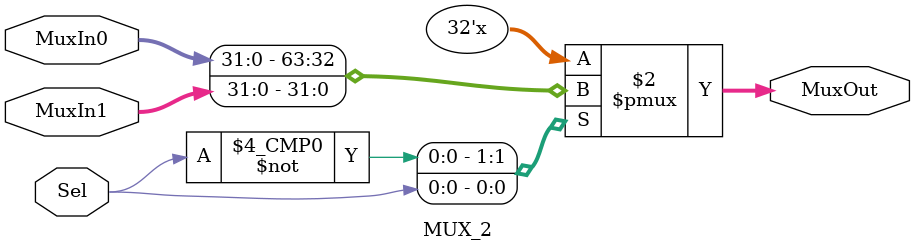
<source format=v>
`timescale 1ns / 1ps
module MUX_2(MuxOut, MuxIn0, MuxIn1, Sel);

parameter WORD_SIZE = 32;

input [WORD_SIZE-1:0] MuxIn0, MuxIn1;
input Sel;
output reg [WORD_SIZE-1:0] MuxOut;

//When Sel, MuxIn0 or MuxIn1 changes, then MuxOut changes
always @ (Sel, MuxIn0, MuxIn1)				
	begin
		case (Sel)
			1'b0: MuxOut = MuxIn0;
			1'b1: MuxOut = MuxIn1; 
			
		endcase
	end
 endmodule

</source>
